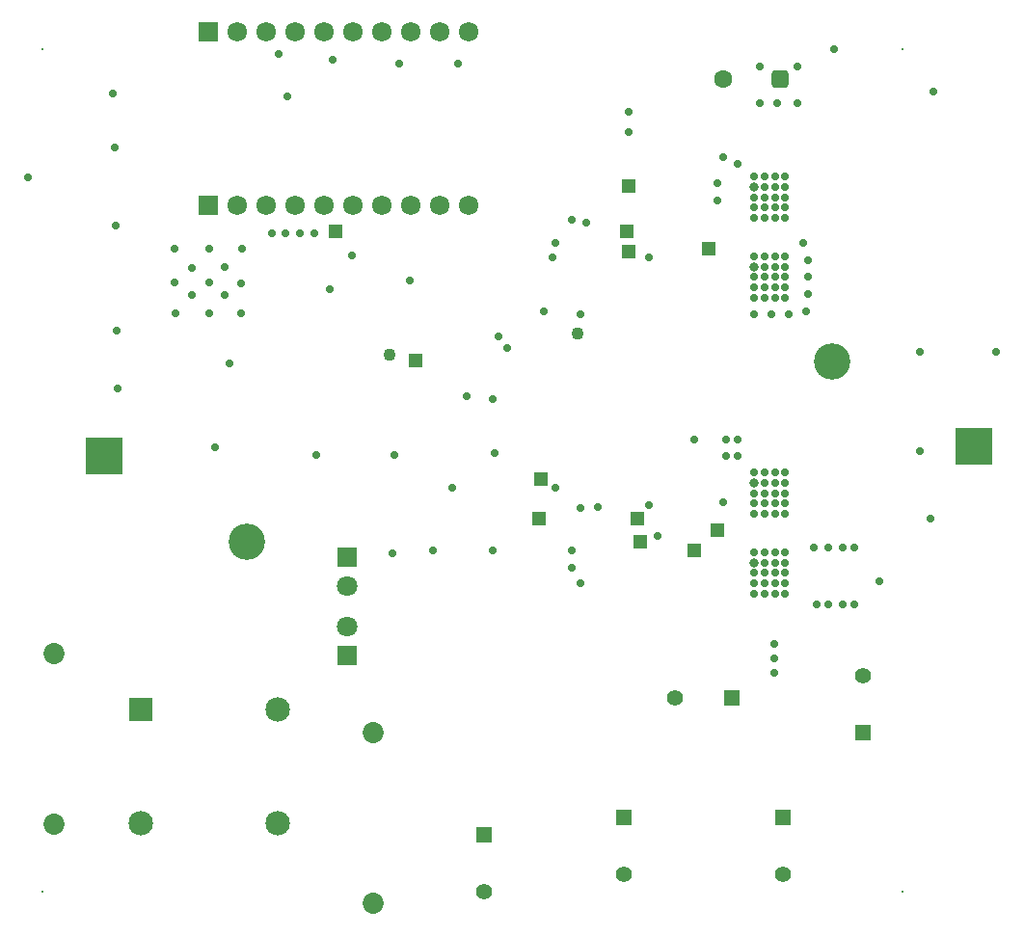
<source format=gbs>
G04*
G04 #@! TF.GenerationSoftware,Altium Limited,Altium Designer,21.6.4 (81)*
G04*
G04 Layer_Color=16711935*
%FSLAX44Y44*%
%MOMM*%
G71*
G04*
G04 #@! TF.SameCoordinates,D26747ED-23D3-466A-99B4-63F3962E0784*
G04*
G04*
G04 #@! TF.FilePolarity,Negative*
G04*
G01*
G75*
%ADD61C,1.8032*%
%ADD62R,1.8032X1.8032*%
%ADD63C,3.2032*%
%ADD64R,3.2032X3.2032*%
%ADD65C,1.7232*%
%ADD66R,1.7232X1.7232*%
%ADD67C,0.2000*%
%ADD68R,1.4032X1.4032*%
%ADD69C,1.4032*%
G04:AMPARAMS|DCode=70|XSize=1.6032mm|YSize=1.6032mm|CornerRadius=0.4516mm|HoleSize=0mm|Usage=FLASHONLY|Rotation=0.000|XOffset=0mm|YOffset=0mm|HoleType=Round|Shape=RoundedRectangle|*
%AMROUNDEDRECTD70*
21,1,1.6032,0.7000,0,0,0.0*
21,1,0.7000,1.6032,0,0,0.0*
1,1,0.9032,0.3500,-0.3500*
1,1,0.9032,-0.3500,-0.3500*
1,1,0.9032,-0.3500,0.3500*
1,1,0.9032,0.3500,0.3500*
%
%ADD70ROUNDEDRECTD70*%
%ADD71C,1.6032*%
%ADD72R,2.1532X2.1532*%
%ADD73C,2.1532*%
%ADD74C,1.8532*%
%ADD75R,1.4032X1.4032*%
%ADD76C,0.7016*%
%ADD77C,1.1016*%
%ADD78C,0.7000*%
%ADD79C,0.8032*%
%ADD115R,1.2032X1.2032*%
%ADD116R,1.2032X1.2032*%
D61*
X297243Y298143D02*
D03*
X297500Y262700D02*
D03*
D62*
X297243Y323543D02*
D03*
X297500Y237300D02*
D03*
D63*
X209000Y337793D02*
D03*
X723043Y495857D02*
D03*
D64*
X84000Y412793D02*
D03*
X848043Y420857D02*
D03*
D65*
X328100Y785000D02*
D03*
X226500D02*
D03*
X201100D02*
D03*
X251900D02*
D03*
X277300D02*
D03*
X302700D02*
D03*
X353500D02*
D03*
X378900D02*
D03*
X404300D02*
D03*
X328100Y632600D02*
D03*
X226500D02*
D03*
X201100D02*
D03*
X251900D02*
D03*
X277300D02*
D03*
X302700D02*
D03*
X353500D02*
D03*
X378900D02*
D03*
X404300D02*
D03*
D66*
X175700Y785000D02*
D03*
Y632600D02*
D03*
D67*
X30000Y770000D02*
D03*
Y30000D02*
D03*
X785000Y770000D02*
D03*
Y30000D02*
D03*
D68*
X635000Y200000D02*
D03*
D69*
X585000D02*
D03*
X680000Y45000D02*
D03*
X540000D02*
D03*
X418000Y30000D02*
D03*
X750000Y220000D02*
D03*
D70*
X677661Y743785D02*
D03*
D71*
X627661D02*
D03*
D72*
X116000Y190000D02*
D03*
D73*
Y90000D02*
D03*
X236000D02*
D03*
Y190000D02*
D03*
D74*
X40000Y239042D02*
D03*
Y89043D02*
D03*
X320000Y170000D02*
D03*
Y20000D02*
D03*
D75*
X680000Y95000D02*
D03*
X540000D02*
D03*
X418000Y80000D02*
D03*
X750000Y170000D02*
D03*
D76*
X867000Y504000D02*
D03*
X161000Y578000D02*
D03*
X190000Y579000D02*
D03*
X204000Y564000D02*
D03*
X176000Y565000D02*
D03*
X146000D02*
D03*
X190000Y554000D02*
D03*
X161000D02*
D03*
X204000Y538000D02*
D03*
X176000D02*
D03*
X147000D02*
D03*
X194000Y494000D02*
D03*
X337000Y327000D02*
D03*
X339000Y414000D02*
D03*
X270000D02*
D03*
X181000Y420000D02*
D03*
X96000Y472000D02*
D03*
X95000Y523000D02*
D03*
X94000Y615000D02*
D03*
X93000Y684000D02*
D03*
X92000Y731000D02*
D03*
X502500Y537500D02*
D03*
X470000Y540000D02*
D03*
X237000Y766000D02*
D03*
X285000Y761000D02*
D03*
X245000Y729000D02*
D03*
X282000Y559000D02*
D03*
X302000Y589000D02*
D03*
X205000Y595000D02*
D03*
X176000D02*
D03*
X146000D02*
D03*
X269000Y608000D02*
D03*
X256000D02*
D03*
X243000D02*
D03*
X231000D02*
D03*
X342980Y757500D02*
D03*
X352000Y567000D02*
D03*
X800000Y417000D02*
D03*
Y504000D02*
D03*
X810000Y357500D02*
D03*
X812500Y732500D02*
D03*
X17500Y657500D02*
D03*
X507499Y617499D02*
D03*
X545000Y592500D02*
D03*
Y650000D02*
D03*
X466012Y357500D02*
D03*
X615000Y595000D02*
D03*
X622500Y347500D02*
D03*
X555000Y337500D02*
D03*
X425000Y462500D02*
D03*
Y330000D02*
D03*
X640000Y427500D02*
D03*
X630000D02*
D03*
X545000Y697500D02*
D03*
Y715000D02*
D03*
X765000Y302500D02*
D03*
X480000Y385000D02*
D03*
X725000Y770000D02*
D03*
X562500Y587500D02*
D03*
X395000Y757500D02*
D03*
X477500Y587500D02*
D03*
X602500Y427500D02*
D03*
X562500Y370000D02*
D03*
X570000Y342500D02*
D03*
X502500Y301063D02*
D03*
X495000Y330000D02*
D03*
Y315000D02*
D03*
X427230Y415270D02*
D03*
X430000Y517500D02*
D03*
X437500Y507500D02*
D03*
X372750Y329750D02*
D03*
X502515Y367197D02*
D03*
X517500Y367500D02*
D03*
X390000Y385000D02*
D03*
X480000Y600000D02*
D03*
X495000Y620000D02*
D03*
X402500Y465000D02*
D03*
X640000Y669433D02*
D03*
X627500Y372500D02*
D03*
X640000Y412500D02*
D03*
X630000D02*
D03*
X622500Y637500D02*
D03*
Y652500D02*
D03*
X627500Y675000D02*
D03*
X742500Y332500D02*
D03*
X732500D02*
D03*
X720000D02*
D03*
X707500D02*
D03*
X742500Y282500D02*
D03*
X732500D02*
D03*
X720000D02*
D03*
X710000D02*
D03*
X692500Y755000D02*
D03*
X660000D02*
D03*
X692500Y722500D02*
D03*
X675000D02*
D03*
X660000D02*
D03*
X672500Y222500D02*
D03*
Y235000D02*
D03*
Y247500D02*
D03*
X702500Y585000D02*
D03*
Y570000D02*
D03*
Y555000D02*
D03*
X655000Y537500D02*
D03*
X670000D02*
D03*
X685000D02*
D03*
X700000Y540000D02*
D03*
X697500Y600000D02*
D03*
X655000Y310000D02*
D03*
Y292000D02*
D03*
X664000D02*
D03*
X673000D02*
D03*
X682000D02*
D03*
Y301000D02*
D03*
X673000D02*
D03*
X664000D02*
D03*
Y310000D02*
D03*
X673000D02*
D03*
X682000D02*
D03*
Y319000D02*
D03*
X673000D02*
D03*
X664000D02*
D03*
Y328000D02*
D03*
X673000D02*
D03*
X682000D02*
D03*
X655000Y301000D02*
D03*
Y570000D02*
D03*
Y552000D02*
D03*
X664000D02*
D03*
X673000D02*
D03*
X682000D02*
D03*
Y561000D02*
D03*
X673000D02*
D03*
X664000D02*
D03*
Y570000D02*
D03*
X673000D02*
D03*
X682000D02*
D03*
Y579000D02*
D03*
X673000D02*
D03*
X664000D02*
D03*
Y588000D02*
D03*
X673000D02*
D03*
X682000D02*
D03*
X655000Y561000D02*
D03*
Y380000D02*
D03*
Y362000D02*
D03*
X664000D02*
D03*
X673000D02*
D03*
X682000D02*
D03*
Y371000D02*
D03*
X673000D02*
D03*
X664000D02*
D03*
Y380000D02*
D03*
X673000D02*
D03*
X682000D02*
D03*
Y389000D02*
D03*
X673000D02*
D03*
X664000D02*
D03*
Y398000D02*
D03*
X673000D02*
D03*
X682000D02*
D03*
X655000Y371000D02*
D03*
Y640000D02*
D03*
Y622000D02*
D03*
X664000D02*
D03*
X673000D02*
D03*
X682000D02*
D03*
Y631000D02*
D03*
X673000D02*
D03*
X664000D02*
D03*
Y640000D02*
D03*
X673000D02*
D03*
X682000D02*
D03*
Y649000D02*
D03*
X673000D02*
D03*
X664000D02*
D03*
Y658000D02*
D03*
X673000D02*
D03*
X682000D02*
D03*
X655000Y631000D02*
D03*
D77*
X334598Y502098D02*
D03*
X500000Y520000D02*
D03*
D78*
X655000Y328000D02*
D03*
Y588000D02*
D03*
Y398000D02*
D03*
Y658000D02*
D03*
D79*
Y319000D02*
D03*
Y579000D02*
D03*
Y389000D02*
D03*
Y649000D02*
D03*
D115*
X602500Y330000D02*
D03*
X545000Y592500D02*
D03*
X555000Y337500D02*
D03*
X545000Y650000D02*
D03*
X466012Y357500D02*
D03*
X552500D02*
D03*
X542500Y610000D02*
D03*
X615000Y595000D02*
D03*
X622500Y347500D02*
D03*
X357250Y496500D02*
D03*
D116*
X287000Y610000D02*
D03*
X467500Y392500D02*
D03*
M02*

</source>
